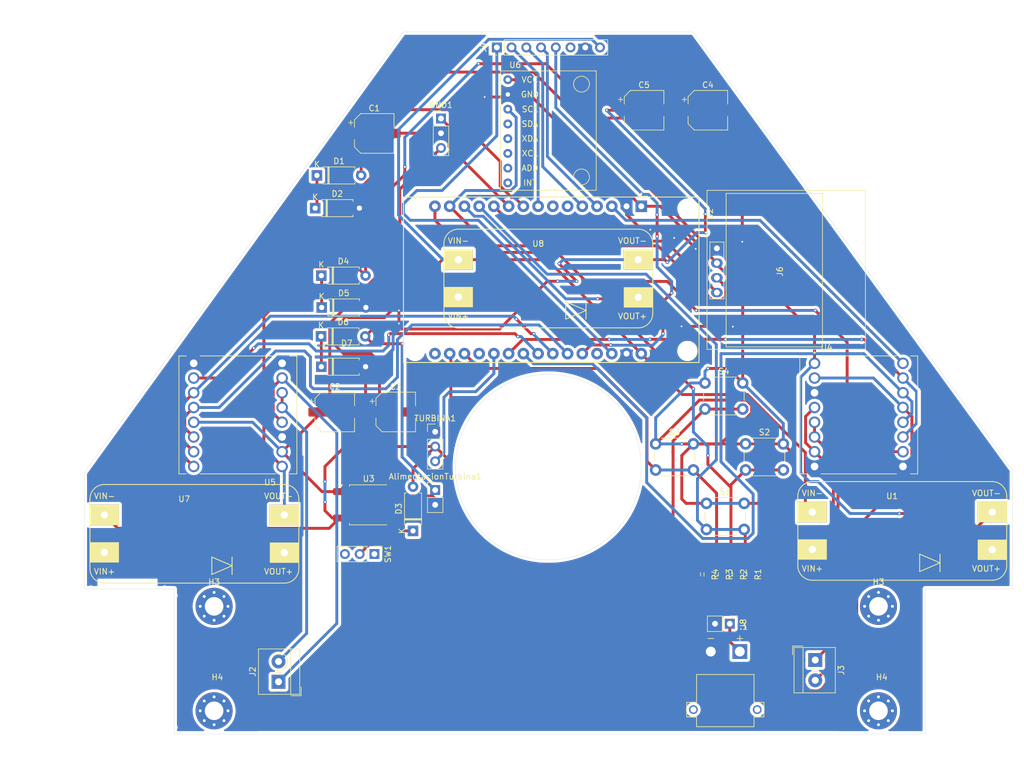
<source format=kicad_pcb>
(kicad_pcb (version 20240108) (generator "pcbnew") (generator_version "8.0")
  (layers (0 "F.Cu" signal) (31 "B.Cu" signal) (34 "B.Paste" user) (35 "F.Paste" user) (36 "B.SilkS" user "B.Silkscreen") (37 "F.SilkS" user "F.Silkscreen") (38 "B.Mask" user) (39 "F.Mask" user) (44 "Edge.Cuts" user))
  (net 0 "")
  (net 1 "GND")
  (net 2 "VCC")
  (net 3 "+5V")
  (net 4 "Net-(D1-K)")
  (net 5 "Net-(D3-K)")
  (net 6 "SIGNAL")
  (net 7 "OUT A2")
  (net 8 "OUT A1")
  (net 9 "OUT B1")
  (net 10 "OUT B2")
  (net 11 "GPIO 12")
  (net 12 "SCL")
  (net 13 "SDA")
  (net 15 "MOTOR B1")
  (net 16 "BTN 1")
  (net 17 "BTN 2")
  (net 18 "D")
  (net 19 "B")
  (net 21 "MOTOR A1")
  (net 22 "PWM_A1")
  (net 24 "C")
  (net 25 "PWM_B2")
  (net 26 "A")
  (net 28 "PWM_A2")
  (net 29 "DigRead")
  (net 30 "BTN 3")
  (net 31 "PWM_B1")
  (net 32 "BTN 4")
  (net 33 "MOTOR A2")
  (net 34 "MOTOR B2")
  (net 36 "+7.5V")
  (net 37 "V_UP2")
  (net 38 "Net-(D4-K)")
  (net 39 "+3.3V")
  (net 40 "Net-(D6-K)")
  (net 41 "PWM T")
  (net 47 "analog")
  (net 49 "V_UP3")
  (net 50 "V_UP")
  (footprint "Capacitor_SMD:CP_Elec_6.3x5.9" (layer "F.Cu") (at 163.2 90.5)
    (property "Reference" "C2")
    (property "Value" "0.33  ")
  )
  (footprint "TerminalBlock_4Ucon:TerminalBlock_4Ucon_1x02_P3.50mm_Horizontal" (layer "F.Cu") (at 246 133.25 -90)
    (property "Reference" "J3")
    (property "Value" "MOTOR B")
  )
  (footprint "ROB-14450:MODULE_ROB-14450" (layer "F.Cu") (at 146.5 91 180)
    (property "Reference" "U5")
    (property "Value" "ROB-14450")
  )
  (footprint "ESP32-DEVKIT-V1:MODULE_ESP32_DEVKIT_V1" (layer "F.Cu") (at 200.5025 67.7475 -90)
    (property "Reference" "U2")
    (property "Value" "ESP32-DEVKIT-V1")
  )
  (footprint "Connector_PinHeader_2.54mm:PinHeader_1x02_P2.54mm_Vertical" (layer "F.Cu") (at 231.275 127 -90)
    (property "Reference" "J8")
    (property "Value" "~")
  )
  (footprint "XT30PW-M:AMASS_XT30PW-M" (layer "F.Cu") (at 230.5 141.79425 180)
    (property "Reference" ".1")
    (property "Value" "XT30PW-M")
  )
  (footprint "TerminalBlock_4Ucon:TerminalBlock_4Ucon_1x02_P3.50mm_Horizontal" (layer "F.Cu") (at 153.5 137 90)
    (property "Reference" "J2")
    (property "Value" "MOTOR A")
  )
  (footprint "digikey-footprints:0603" (layer "F.Cu") (at 226.53 118.5 -90)
    (property "Reference" "R4")
    (property "Value" "10K")
  )
  (footprint "SSD1306:128x64OLED" (layer "F.Cu") (at 239.65 66.3 90)
    (property "Reference" "J6")
    (property "Value" "Conn_01x04")
  )
  (footprint "digikey-footprints:0603" (layer "F.Cu") (at 233.94 118.5 -90)
    (property "Reference" "R1")
    (property "Value" "10K")
  )
  (footprint "Diode_THT:D_A-405_P7.62mm_Horizontal" (layer "F.Cu") (at 160.88 67)
    (property "Reference" "D4")
    (property "Value" "D_Zener")
  )
  (footprint "digikey-footprints:0603" (layer "F.Cu") (at 231.47 118.5 -90)
    (property "Reference" "R2")
    (property "Value" "10K")
  )
  (footprint "Diode_THT:D_A-405_P7.62mm_Horizontal" (layer "F.Cu") (at 160.9344 72.4916)
    (property "Reference" "D5")
    (property "Value" "D_Zener")
  )
  (footprint "Connector_PinHeader_2.54mm:PinHeader_1x03_P2.54mm_Vertical" (layer "F.Cu") (at 180.5 93.92)
    (property "Reference" "TURBINA1")
    (property "Value" "turbina")
  )
  (footprint "misc_footprints:MT3608_module" (layer "F.Cu") (at 259.5 111 180)
    (property "Reference" "U1")
    (property "Value" "~")
  )
  (footprint "digikey-footprints:0603" (layer "F.Cu") (at 229 118.5 -90)
    (property "Reference" "R3")
    (property "Value" "10K")
  )
  (footprint "Diode_THT:D_A-405_P7.62mm_Horizontal" (layer "F.Cu") (at 160.1216 49.7332)
    (property "Reference" "D1")
    (property "Value" "D_Zener")
  )
  (footprint "Package_TO_SOT_SMD:TO-252-2" (layer "F.Cu") (at 169.04 106.5025)
    (property "Reference" "U3")
    (property "Value" "LM7805")
  )
  (footprint "Connector_PinHeader_2.54mm:PinHeader_1x03_P2.54mm_Vertical" (layer "F.Cu") (at 181.5 39.92)
    (property "Reference" "GND1")
    (property "Value" "+5V")
  )
  (footprint "Capacitor_SMD:CP_Elec_6.3x5.9" (layer "F.Cu") (at 173.7 90.5)
    (property "Reference" "C3")
    (property "Value" "0.1 ")
  )
  (footprint "Diode_THT:D_A-405_P7.62mm_Horizontal" (layer "F.Cu") (at 160.8328 77.47)
    (property "Reference" "D6")
    (property "Value" "D_Zener")
  )
  (footprint "Capacitor_SMD:CP_Elec_6.3x5.9" (layer "F.Cu") (at 227.5 38.5)
    (property "Reference" "C4")
    (property "Value" "100 μF ")
  )
  (footprint "usini_sensors:module_mpu6050" (layer "F.Cu") (at 193.015 51.017)
    (property "Reference" "U6")
    (property "Value" "module_mpu6050")
  )
  (footprint "MountingHole:MountingHole_3.2mm_M3_Pad_Via" (layer "F.Cu") (at 256.9 142)
    (property "Reference" "H4")
    (property "Value" "MountingHole")
  )
  (footprint "Connector_PinHeader_2.54mm:PinHeader_1x08_P2.54mm_Vertical" (layer "F.Cu") (at 191.125 27.675 90)
    (property "Reference" "J4")
    (property "Value" "Conn_01x08")
  )
  (footprint "ROB-14450:MODULE_ROB-14450" (layer "F.Cu") (at 253.5 91)
    (property "Reference" "U4")
    (property "Value" "ROB-14450")
  )
  (footprint "Button_Switch_THT:SW_PUSH_6mm_H5mm" (layer "F.Cu") (at 218.5 96)
    (property "Reference" "S3")
    (property "Value" "GPTS203211B")
  )
  (footprint "MountingHole:MountingHole_3.2mm_M3_Pad_Via" (layer "F.Cu") (at 142.4 142)
    (property "Reference" "H4")
    (property "Value" "MountingHole")
  )
  (footprint "Diode_THT:D_A-405_P7.62mm_Horizontal" (layer "F.Cu") (at 159.8168 55.372)
    (property "Reference" "D2")
    (property "Value" "D_Zener")
  )
  (footprint "Diode_THT:D_A-405_P7.62mm_Horizontal" (layer "F.Cu") (at 160.8836 82.7024)
    (property "Reference" "D7")
    (property "Value" "D_Zener")
  )
  (footprint "MountingHole:MountingHole_3.2mm_M3_Pad_Via" (layer "F.Cu") (at 256.9 124)
    (property "Reference" "H3")
    (property "Value" "MountingHole")
  )
  (footprint "Capacitor_SMD:CP_Elec_6.3x5.9" (layer "F.Cu") (at 216.5 38.5)
    (property "Reference" "C5")
    (property "Value" "100 μF ")
  )
  (footprint "Connector_PinHeader_2.54mm:PinHeader_1x03_P2.54mm_Vertical" (layer "F.Cu") (at 170.025 114.985 -90)
    (property "Reference" "SW1")
    (property "Value" "SW_SPDT")
  )
  (footprint "Button_Switch_THT:SW_PUSH_6mm_H5mm" (layer "F.Cu") (at 227.25 106.25)
    (property "Reference" "S1")
    (property "Value" "GPTS203211B")
  )
  (footprint "misc_footprints:MT3608_module" (layer "F.Cu") (at 137.5 111.5 180)
    (property "Reference" "U7")
    (property "Value" "~")
  )
  (footprint "Diode_THT:D_A-405_P7.62mm_Horizontal" (layer "F.Cu") (at 176.6824 110.998 90)
    (property "Reference" "D3")
    (property "Value" "DIODE")
  )
  (footprint "Button_Switch_THT:SW_PUSH_6mm_H5mm" (layer "F.Cu") (at 227 85.5)
    (property "Reference" "S4")
    (property "Value" "GPTS203211B")
  )
  (footprint "Connector_PinHeader_2.54mm:PinHeader_1x02_P2.54mm_Vertical" (layer "F.Cu") (at 180.5 103.96)
    (property "Reference" "AlimentacionTurbina1")
    (property "Value" "~")
  )
  (footprint "Button_Switch_THT:SW_PUSH_6mm_H5mm" (layer "F.Cu") (at 234 96)
    (property "Reference" "S2")
    (property "Value" "GPTS203211B")
  )
  (footprint "MountingHole:MountingHole_3.2mm_M3_Pad_Via" (layer "F.Cu") (at 142.4 124)
    (property "Reference" "H3")
    (property "Value" "MountingHole")
  )
  (footprint "misc_footprints:MT3608_module" (layer "F.Cu") (at 198.5 67.5 180)
    (property "Reference" "U8")
    (property "Value" "~")
  )
  (footprint "Capacitor_SMD:CP_Elec_6.3x5.9" (layer "F.Cu") (at 170 42.5)
    (property "Reference" "C1")
    (property "Value" "100 μF ")
  )
  (gr_line (start 120 121) (end 120 101) (stroke (width 0.05)) (layer "Edge.Cuts"))
  (gr_line (start 280 100.5) (end 225 25) (stroke (width 0.05)) (layer "Edge.Cuts"))
  (gr_line (start 135.5 146) (end 265 146) (stroke (width 0.05)) (layer "Edge.Cuts"))
  (gr_line (start 265 146) (end 265 121) (stroke (width 0.05)) (layer "Edge.Cuts"))
  (gr_line (start 120 101) (end 175 25) (stroke (width 0.05)) (layer "Edge.Cuts"))
  (gr_line (start 175 25) (end 225 25) (stroke (width 0.05)) (layer "Edge.Cuts"))
  (gr_line (start 280 121) (end 265 121) (stroke (width 0.05)) (layer "Edge.Cuts"))
  (gr_line (start 120 121) (end 135.5 121) (stroke (width 0.05)) (layer "Edge.Cuts"))
  (gr_line (start 135.5 121) (end 135.5 146) (stroke (width 0.05)) (layer "Edge.Cuts"))
  (gr_line (start 280 121) (end 280 100.5) (stroke (width 0.05)) (layer "Edge.Cuts"))
  (gr_circle (center 200 100) (end 216 100) (stroke (width 0.05)) (fill none) (layer "Edge.Cuts"))
  (segment (start 179.92 93.92) (end 180.5 93.92) (width 0.5) (layer "F.Cu") (net 1))
  (segment (start 216.096187 59.0804) (end 217.5764 59.0804) (width 0.5) (layer "F.Cu") (net 1))
  (segment (start 154.12 94.81) (end 151.78 92.47) (width 0.5) (layer "F.Cu") (net 1))
  (segment (start 206.365 27.675) (end 217.19 38.5) (width 0.5) (layer "F.Cu") (net 1))
  (segment (start 231.47 119.2) (end 233.94 119.2) (width 0.5) (layer "F.Cu") (net 1))
  (segment (start 176.5 90.5) (end 179.92 93.92) (width 0.5) (layer "F.Cu") (net 1))
  (segment (start 229 119.2) (end 231.47 119.2) (width 0.5) (layer "F.Cu") (net 1))
  (segment (start 217.19 38.5) (end 219.3 38.5) (width 0.5) (layer "F.Cu") (net 1))
  (segment (start 228.735 127) (end 228.735 119.465) (width 0.5) (layer "F.Cu") (net 1))
  (segment (start 221.6912 60.5028) (end 223.58143 60.5028) (width 0.5) (layer "F.Cu") (net 1))
  (segment (start 151.78 92.47) (end 151.78 84.45) (width 0.5) (layer "F.Cu") (net 1))
  (segment (start 174.25 75) (end 174.25 73) (width 0.5) (layer "F.Cu") (net 1))
  (segment (start 220.65 37.15) (end 228.95 37.15) (width 0.5) (layer "F.Cu") (net 1))
  (segment (start 213.4775 56.461713) (end 216.096187 59.0804) (width 0.5) (layer "F.Cu") (net 1))
  (segment (start 233.426 41.626) (end 230.3 38.5) (width 0.5) (layer "F.Cu") (net 1))
  (segment (start 222.9612 75.7428) (end 231.7496 75.7428) (width 0.5) (layer "F.Cu") (net 1))
  (segment (start 231.7496 75.7428) (end 231.8004 75.7936) (width 0.5) (layer "F.Cu") (net 1))
  (segment (start 233.426 61.1632) (end 233.426 41.626) (width 0.5) (layer "F.Cu") (net 1))
  (segment (start 223.58143 60.5028) (end 225.430315 62.351685) (width 0.5) (layer "F.Cu") (net 1))
  (segment (start 171.975 104.9775) (end 180.0175 104.9775) (width 0.5) (layer "F.Cu") (net 1))
  (segment (start 168.5036 82.7024) (end 168.5036 87.9964) (width 0.5) (layer "F.Cu") (net 1))
  (segment (start 168.5036 87.9964) (end 166 90.5) (width 0.5) (layer "F.Cu") (net 1))
  (segment (start 151.78 84.45) (end 154.12 82.11) (width 0.5) (layer "F.Cu") (net 1))
  (segment (start 228.95 37.15) (end 230.3 38.5) (width 0.5) (layer "F.Cu") (net 1))
  (segment (start 180.0175 104.9775) (end 181.5 106.46) (width 0.5) (layer "F.Cu") (net 1))
  (segment (start 219.3 38.5) (end 220.65 37.15) (width 0.5) (layer "F.Cu") (net 1))
  (segment (start 225.430315 62.351685) (end 225.394959 62.387041) (width 0.5) (layer "F.Cu") (net 1))
  (segment (start 181.5 42.46) (end 172.84 42.46) (width 0.5) (layer "F.Cu") (net 1))
  (segment (start 174.25 75.25) (end 174.25 75) (width 0.5) (layer "F.Cu") (net 1))
  (segment (start 172.8 42.5) (end 172.8 50.0088) (width 0.5) (layer "F.Cu") (net 1))
  (segment (start 229 119.2) (end 226.53 119.2) (width 0.5) (layer "F.Cu") (net 1))
  (segment (start 172.84 42.46) (end 172.8 42.5) (width 0.5) (layer "F.Cu") (net 1))
  (segment (start 172.8 50.0088) (end 167.4368 55.372) (width 0.5) (layer "F.Cu") (net 1))
  (segment (start 213.4775 55.0475) (end 213.4775 56.461713) (width 0.5) (layer "F.Cu") (net 1))
  (segment (start 189.0268 36.2204) (end 192.5716 36.2204) (width 0.5) (layer "F.Cu") (net 1))
  (segment (start 192.5716 36.2204) (end 193.015 35.777) (width 0.5) (layer "F.Cu") (net 1))
  (segment (start 228.735 119.465) (end 229 119.2) (width 0.5) (layer "F.Cu") (net 1))
  (via blind (at 225.394959 62.387041) (size 0.6) (drill 0.3) (layers "F.Cu" "B.Cu") (net 1))
  (via (at 217.5764 59.0804) (size 0.6) (drill 0.3) (layers "F.Cu" "B.Cu") (net 1))
  (via blind (at 231.8004 75.7936) (size 0.6) (drill 0.3) (layers "F.Cu" "B.Cu") (net 1))
  (via (at 189.0268 36.2204) (size 0.6) (drill 0.3) (layers "F.Cu" "B.Cu") (net 1))
  (via blind (at 233.426 61.1632) (size 0.6) (drill 0.3) (layers "F.Cu" "B.Cu") (net 1))
  (via (at 174.25 75.25) (size 0.6) (drill 0.3) (layers "F.Cu" "B.Cu") (net 1))
  (via blind (at 221.6912 60.5028) (size 0.6) (drill 0.3) (layers "F.Cu" "B.Cu") (net 1))
  (via blind (at 222.9612 75.7428) (size 0.6) (drill 0.3) (layers "F.Cu" "B.Cu") (net 1))
  (via (at 174.25 73) (size 0.6) (drill 0.3) (layers "F.Cu" "B.Cu") (net 1))
  (segment (start 220.2688 59.0804) (end 221.6912 60.5028) (width 0.5) (layer "B.Cu") (net 1))
  (segment (start 225.394959 62.387041) (end 228.962959 62.387041) (width 0.5) (layer "B.Cu") (net 1))
  (segment (start 229.0816 62.3316) (end 229.05 62.3) (width 0.5) (layer "B.Cu") (net 1))
  (segment (start 228.962959 62.387041) (end 229.05 62.3) (width 0.5) (layer "B.Cu") (net 1))
  (segment (start 174.25 73) (end 173.7416 72.4916) (width 0.5) (layer "B.Cu") (net 1))
  (segment (start 173.7416 72.4916) (end 168.5544 72.4916) (width 0.5) (layer "B.Cu") (net 1))
  (segment (start 181.5 42.46) (end 182.7872 42.46) (width 0.5) (layer "B.Cu") (net 1))
  (segment (start 154.5 114.75) (end 157.55 111.7) (width 0.5) (layer "B.Cu") (net 1))
  (segment (start 173.25 79.75) (end 173.25 76.25) (width 0.5) (layer "B.Cu") (net 1))
  (segment (start 220.6 75.85) (end 220.6 78.057032) (width 0.5) (layer "B.Cu") (net 1))
  (segment (start 157.55 98.24) (end 154.12 94.81) (width 0.5) (layer "B.Cu") (net 1))
  (segment (start 217.5764 59.0804) (end 220.2688 59.0804) (width 0.5) (layer "B.Cu") (net 1))
  (segment (start 220.6 78.057032) (end 216.564232 82.0928) (width 0.5) (layer "B.Cu") (net 1))
  (segment (start 232.2576 62.3316) (end 229.0816 62.3316) (width 0.5) (layer "B.Cu") (net 1))
  (segment (start 182.7872 42.46) (end 189.0268 36.2204) (width 0.5) (layer "B.Cu") (net 1))
  (segment (start 216.564232 82.0928) (end 215.1228 82.0928) (width 0.5) (layer "B.Cu") (net 1))
  (segment (start 168.5036 82.7024) (end 170.2976 82.7024) (width 0.5) (layer "B.Cu") (net 1))
  (segment (start 157.55 111.7) (end 157.55 98.24) (width 0.5) (layer "B.Cu") (net 1))
  (segment (start 170.2976 82.7024) (end 173.25 79.75) (width 0.5) (layer "B.Cu") (net 1))
  (segment (start 215.5 70.75) (end 220.6 75.85) (width 0.5) (layer "B.Cu") (net 1))
  (segment (start 220.6 75.85) (end 222.854 75.85) (width 0.5) (layer "B.Cu") (net 1))
  (segment (start 233.426 61.1632) (end 232.2576 62.3316) (width 0.5) (layer "B.Cu") (net 1))
  (segment (start 222.854 75.85) (end 222.9612 75.7428) (width 0.5) (layer "B.Cu") (net 1))
  (segment (start 245.5 116.097372) (end 245.5 114.2) (width 0.2) (layer "B.Cu") (net 1))
  (segment (start 173.25 76.25) (end 174.25 75.25) (width 0.5) (layer "B.Cu") (net 1))
  (segment (start 215.1228 82.0928) (end 213.4775 80.4475) (width 0.5) (layer "B.Cu") (net 1))
  (segment (start 160.4 90.5) (end 162.3336 88.5664) (width 0.5) (layer "F.Cu") (net 2))
  (segment (start 171.7625 96.46) (end 180.5 96.46) (width 0.5) (layer "F.Cu") (net 2))
  (segment (start 206.6544 138.5316) (end 182.5 114.3772) (width 0.5) (layer "F.Cu") (net 2))
  (segment (start 174.3964 52.1036) (end 181.5 45) (width 0.5) (layer "F.Cu") (net 2))
  (segment (start 246.693274 138.5316) (end 206.6544 138.5316) (width 0.5) (layer "F.Cu") (net 2))
  (segment (start 176.6824 103.378) (end 176.6824 100.2776) (width 0.5) (layer "F.Cu") (net 2))
  (segment (start 253.15 132.074874) (end 246.693274 138.5316) (width 0.5) (layer "F.Cu") (net 2))
  (segment (start 182.5 114.3772) (end 182.5 98.46) (width 0.5) (layer "F.Cu") (net 2))
  (segment (start 176.6824 100.2776) (end 180.5 96.46) (width 0.5) (layer "F.Cu") (net 2))
  (segment (start 162.3336 75.21701) (end 174.3964 63.15421) (width 0.5) (layer "F.Cu") (net 2))
  (segment (start 262.66 100.8648) (end 253.15 110.3748) (width 0.5) (layer "F.Cu") (net 2))
  (segment (start 160.4 91.07) (end 160.4 90.5) (width 0.5) (layer "F.Cu") (net 2))
  (segment (start 262.66 91.27) (end 262.66 100.8648) (width 0.5) (layer "F.Cu") (net 2))
  (segment (start 174.3964 63.15421) (end 174.3964 52.1036) (width 0.5) (layer "F.Cu") (net 2))
  (segment (start 154.12 97.35) (end 160.4 91.07) (width 0.5) (layer "F.Cu") (net 2))
  (segment (start 253.15 110.3748) (end 253.15 132.074874) (width 0.5) (layer "F.Cu") (net 2))
  (segment (start 164 104.2225) (end 160.9925 104.2225) (width 0.5) (layer "F.Cu") (net 2))
  (segment (start 182.5 98.46) (end 180.5 96.46) (width 0.5) (layer "F.Cu") (net 2))
  (segment (start 171.7625 96.46) (end 164 104.2225) (width 0.5) (layer "F.Cu") (net 2))
  (segment (start 162.3336 88.5664) (end 162.3336 75.21701) (width 0.5) (layer "F.Cu") (net 2))
  (segment (start 261.12 89.73) (end 262.66 91.27) (width 0.5) (layer "F.Cu") (net 2))
  (segment (start 160.9925 104.2225) (end 154.12 97.35) (width 0.5) (layer "F.Cu") (net 2))
  (segment (start 245.88 84.65) (end 256.04 84.65) (width 0.5) (layer "B.Cu") (net 2))
  (segment (start 149.04 92.27) (end 138.88 92.27) (width 0.5) (layer "B.Cu") (net 2))
  (segment (start 154.12 97.35) (end 149.04 92.27) (width 0.5) (layer "B.Cu") (net 2))
  (segment (start 256.04 84.65) (end 261.12 89.73) (width 0.5) (layer "B.Cu") (net 2))
  (segment (start 169.5 80.5) (end 164.75 80.5) (width 0.5) (layer "F.Cu") (net 3))
  (segment (start 163.25 76) (end 165 74.25) (width 0.5) (layer "F.Cu") (net 3))
  (segment (start 244.2972 106.5472) (end 245.5 107.75) (width 0.5) (layer "F.Cu") (net 3))
  (segment (start 181.75 64.25) (end 184.5 64.25) (width 0.5) (layer "F.Cu") (net 3))
  (segment (start 164 108.7825) (end 162.7825 108.7825) (width 0.5) (layer "F.Cu") (net 3))
  (segment (start 164 108.7825) (end 162.2325 110.55) (width 0.5) (layer "F.Cu") (net 3))
  (segment (start 162.2325 110.55) (end 125.8 110.55) (width 0.5) (layer "F.Cu") (net 3))
  (segment (start 171.75 74.25) (end 181.75 64.25) (width 0.5) (layer "F.Cu") (net 3))
  (segment (start 184.5 64.25) (end 199.82 64.25) (width 0.5) (layer "F.Cu") (net 3))
  (segment (start 216.0175 80.4475) (end 223.07 87.5) (width 0.5) (layer "F.Cu") (net 3))
  (segment (start 161.5 99.9) (end 161.5 102.5) (width 0.5) (layer "F.Cu") (net 3))
  (segment (start 234.323402 87.5) (end 244.2972 97.473798) (width 0.5) (layer "F.Cu") (net 3))
  (segment (start 162.7825 108.7825) (end 161.5 107.5) (width 0.5) (layer "F.Cu") (net 3))
  (segment (start 199.82 64.25) (end 216.0175 80.4475) (width 0.5) (layer "F.Cu") (net 3))
  (segment (start 163.25 79) (end 163.25 76) (width 0.5) (layer "F.Cu") (net 3))
  (segment (start 125.8 110.55) (end 123.5 108.25) (width 0.5) (layer "F.Cu") (net 3))
  (segment (start 165 74.25) (end 171.75 74.25) (width 0.5) (layer "F.Cu") (net 3))
  (segment (start 244.2972 97.473798) (end 244.2972 106.5472) (width 0.5) (layer "F.Cu") (net 3))
  (segment (start 164.75 80.5) (end 163.25 79) (width 0.5) (layer "F.Cu") (net 3))
  (segment (start 170.9 90.5) (end 170.9 81.9) (width 0.5) (layer "F.Cu") (net 3))
  (segment (start 170.9 90.5) (end 161.5 99.9) (width 0.5) (layer "F.Cu") (net 3))
  (segment (start 161.5 107.5) (end 161.5 106) (width 0.5) (layer "F.Cu") (net 3))
  (segment (start 223.07 87.5) (end 234.323402 87.5) (width 0.5) (layer "F.Cu") (net 3))
  (segment (start 170.9 81.9) (end 169.5 80.5) (width 0.5) (layer "F.Cu") (net 3))
  (via (at 161.5 106) (size 0.6) (drill 0.3) (layers "F.Cu" "B.Cu") (net 3))
  (via (at 161.5 102.5) (size 0.6) (drill 0.3) (layers "F.Cu" "B.Cu") (net 3))
  (segment (start 174.1932 41.8068) (end 174.1932 56.592997) (width 0.5) (layer "B.Cu") (net 3))
  (segment (start 174.1932 56.592997) (end 181.850203 64.25) (width 0.5) (layer "B.Cu") (net 3))
  (segment (start 161.5 103) (end 161.5 106) (width 0.5) (layer "B.Cu") (net 3))
  (segment (start 208.905 27.675) (end 207.505 26.275) (width 0.5) (layer "B.Cu") (net 3))
  (segment (start 207.505 26.275) (end 189.725 26.275) (width 0.5) (layer "B.Cu") (net 3))
  (segment (start 189.725 26.275) (end 174.1932 41.8068) (width 0.5) (layer "B.Cu") (net 3))
  (segment (start 181.850203 64.25) (end 184.5 64.25) (width 0.5) (layer "B.Cu") (net 3))
  (segment (start 161.5 102.5) (end 161.5 103) (width 0.5) (layer "B.Cu") (net 3))
  (segment (start 160.1216 49.7332) (end 160.1216 55.0672) (width 0.5) (layer "F.Cu") (net 4))
  (segment (start 160.1216 55.0672) (end 159.8168 55.372) (width 0.5) (layer "F.Cu") (net 4))
  (segment (start 167.485 114.985) (end 171.472 110.998) (width 0.5) (layer "F.Cu") (net 5))
  (segment (start 171.472 110.998) (end 176.6824 110.998) (width 0.5) (layer "F.Cu") (net 5))
  (segment (start 181.5 39.92) (end 182.9 41.32) (width 0.5) (layer "F.Cu") (net 6))
  (segment (start 182.9 41.32) (end 182.9 44.79) (width 0.5) (layer "F.Cu") (net 6))
  (segment (start 182.9 44.79) (end 193.1575 55.0475) (width 0.5) (layer "F.Cu") (net 6))
  (segment (start 154.12 87.19) (end 154.12 89.73) (width 0.5) (layer "F.Cu") (net 7))
  (segment (start 158.35 93.96) (end 154.12 89.73) (width 0.5) (layer "B.Cu") (net 7))
  (segment (start 153.5 133.5) (end 158.35 128.65) (width 0.5) (layer "B.Cu") (net 7))
  (segment (start 158.35 128.65) (end 158.35 93.96) (width 0.5) (layer "B.Cu") (net 7))
  (segment (start 152.58 90.73) (end 154.12 92.27) (width 0.5) (layer "F.Cu") (net 8))
  (segment (start 152.58 86.19) (end 152.58 90.73) (width 0.5) (layer "F.Cu") (net 8))
  (segment (start 154.12 84.65) (end 152.58 86.19) (width 0.5) (layer "F.Cu") (net 8))
  (segment (start 163.545 126.955) (end 163.545 94.075) (width 0.5) (layer "B.Cu") (net 8))
  (segment (start 163.545 94.075) (end 154.12 84.65) (width 0.5) (layer "B.Cu") (net 8))
  (segment (start 153.5 137) (end 163.545 126.955) (width 0.5) (layer "B.Cu") (net 8))
  (segment (start 246 133.25) (end 249.1232 130.1268) (width 0.5) (layer "F.Cu") (net 9))
  (segment (start 244.34 95.81) (end 245.88 97.35) (width 0.5) (layer "F.Cu") (net 9))
  (segment (start 249.1232 100.5932) (end 245.88 97.35) (width 0.5) (layer "F.Cu") (net 9))
  (segment (start 249.1232 130.1268) (end 249.1232 100.5932) (width 0.5) (layer "F.Cu") (net 9))
  (segment (start 244.34 91.27) (end 244.34 95.81) (width 0.5) (layer "F.Cu") (net 9))
  (segment (start 245.88 89.73) (end 244.34 91.27) (width 0.5) (layer "F.Cu") (net 9))
  (segment (start 249.9232 132.8268) (end 249.9232 98.8532) (width 0.5) (layer "F.Cu") (net 10))
  (segment (start 249.9232 98.8532) (end 245.88 94.81) (width 0.5) (layer "F.Cu") (net 10))
  (segment (start 246 136.75) (end 249.9232 132.8268) (width 0.5) (layer "F.Cu") (net 10))
  (segment (start 245.88 92.27) (end 245.88 94.81) (width 0.5) (layer "F.Cu") (net 10))
  (segment (start 228.290812 71.27) (end 218.882412 61.8616) (width 0.5) (layer "F.Cu") (net 12))
  (segment (start 189.8116 61.8616) (end 182.9975 55.0475) (width 0.5) (layer "F.Cu") (net 12))
  (segment (start 230.6 68.93) (end 230.6 70.479188) (width 0.5) (layer "F.Cu") (net 12))
  (segment (start 229.05 67.38) (end 230.6 68.93) (width 0.5) (layer "F.Cu") (net 12))
  (segment (start 229.809188 71.27) (end 228.290812 71.27) (width 0.5) (layer "F.Cu") (net 12))
  (segment (start 218.882412 61.8616) (end 189.8116 61.8616) (width 0.5) (layer "F.Cu") (net 12))
  (segment (start 230.6 70.479188) (end 229.809188 71.27) (width 0.5) (layer "F.Cu") (net 12))
  (segment (start 182.9975 55.0475) (end 185.716 52.329) (width 0.5) (layer "B.Cu") (net 12))
  (segment (start 185.716 52.329) (end 193.558449 52.329) (width 0.5) (layer "B.Cu") (net 12))
  (segment (start 193.558449 52.329) (end 194.4624 51.425049) (width 0.5) (layer "B.Cu") (net 12))
  (segment (start 194.4624 39.7644) (end 193.015 38.317) (width 0.5) (layer "B.Cu") (net 12))
  (segment (start 194.4624 51.425049) (end 194.4624 39.7644) (width 0.5) (layer "B.Cu") (net 12))
  (segment (start 196.6316 61.0616) (end 190.6175 55.0475) (width 0.5) (layer "F.Cu") (net 13))
  (segment (start 229.05 69.92) (end 220.1916 61.0616) (width 0.5) (layer "F.Cu") (net 13))
  (segment (start 220.1916 61.0616) (end 196.6316 61.0616) (width 0.5) (layer "F.Cu") (net 13))
  (segment (start 226.607968 112.3) (end 216.95 102.642032) (width 0.5) (layer "B.Cu") (net 15))
  (segment (start 235.3 111.392032) (end 234.392032 112.3) (width 0.5) (layer "B.Cu") (net 15))
  (segment (start 262.66 88.73) (end 261.12 87.19) (width 0.5) (layer "B.Cu") (net 15))
  (segment (start 197.4444 82.1944) (end 195.6975 80.4475) (width 0.5) (layer "B.Cu") (net 15))
  (segment (start 234.392032 112.3) (end 226.607968 112.3) (width 0.5) (layer "B.Cu") (net 15))
  (segment (start 216.95 102.642032) (end 216.95 91.542032) (width 0.5) (layer "B.Cu") (net 15))
  (segment (start 229.7556 99.08657) (end 235.3 104.63097) (width 0.5) (layer "B.Cu") (net 15))
  (segment (start 254.3775 80.4475) (end 229.7556 80.4475) (width 0.5) (layer "B.Cu") (net 15))
  (segment (start 261.12 92.27) (end 262.66 90.73) (width 0.5) (layer "B.Cu") (net 15))
  (segment (start 262.66 90.73) (end 262.66 88.73) (width 0.5) (layer "B.Cu") (net 15))
  (segment (start 235.3 104.63097) (end 235.3 111.392032) (width 0.5) (layer "B.Cu") (net 15))
  (segment (start 216.95 91.542032) (end 207.602368 82.1944) (width 0.5) (layer "B.Cu") (net 15))
  (segment (start 229.7556 80.4475) (end 229.7556 99.08657) (width 0.5) (layer "B.Cu") (net 15))
  (segment (start 207.602368 82.1944) (end 197.4444 82.1944) (width 0.5) (layer "B.Cu") (net 15))
  (segment (start 261.12 87.19) (end 254.3775 80.4475) (width 0.5) (layer "B.Cu") (net 15))
  (segment (start 233.94 110.94) (end 233.75 110.75) (width 0.5) (layer "F.Cu") (net 16))
  (segment (start 233.94 117.8) (end 233.94 110.94) (width 0.5) (layer "F.Cu") (net 16))
  (segment (start 216.8512 66.7512) (end 199.7812 66.7512) (width 0.5) (layer "B.Cu") (net 16))
  (segment (start 227.25 110.75) (end 225.7 109.2) (width 0.5) (layer "B.Cu") (net 16))
  (segment (start 225.7 109.2) (end 225.7 102.0108) (width 0.5) (layer "B.Cu") (net 16))
  (segment (start 228.9556 78.8556) (end 216.8512 66.7512) (width 0.5) (layer "B.Cu") (net 16))
  (segment (start 199.7812 66.7512) (end 188.0775 55.0475) (width 0.5) (layer "B.Cu") (net 16))
  (segment (start 228.9556 98.7552) (end 228.9556 78.8556) (width 0.5) (layer "B.Cu") (net 16))
  (segment (start 227.25 110.75) (end 233.75 110.75) (width 0.5) (layer "B.Cu") (net 16))
  (segment (start 225.7 102.0108) (end 228.9556 98.7552) (width 0.5) (layer "B.Cu") (net 16))
  (segment (start 227.5 99.53) (end 227.5 98) (width 0.5) (layer "F.Cu") (net 17))
  (segment (start 224.939339 86.5) (end 209.439339 71) (width 0.5) (layer "F.Cu") (net 17))
  (segment (start 209.439339 71) (end 208.5 71) (width 0.5) (layer "F.Cu") (net 17))
  (segment (start 231.47 103.5) (end 227.5 99.53) (width 0.5) (layer "F.Cu") (net 17))
  (segment (start 225 86.5) (end 224.939339 86.5) (width 0.5) (layer "F.Cu") (net 17))
  (segment (start 240.5 100.5) (end 234 100.5) (width 0.5) (layer "F.Cu") (net 17))
  (segment (start 231.47 103.5) (end 231.47 103.03) (width 0.5) (layer "F.Cu") (net 17))
  (segment (start 231.47 103.03) (end 234 100.5) (width 0.5) (layer "F.Cu") (net 17))
  (segment (start 231.47 117.8) (end 231.47 103.5) (width 0.5) (layer "F.Cu") (net 17))
  (via (at 225 86.5) (size 0.6) (drill 0.3) (layers "F.Cu" "B.Cu") (net 17))
  (via (at 227.5 98) (size 0.6) (drill 0.3) (layers "F.Cu" "B.Cu") (net 17))
  (via (at 208.5 71) (size 0.6) (drill 0.3) (layers "F.Cu" "B.Cu") (net 17))
  (segment (start 227.5 96.44939) (end 225 93.94939) (width 0.5) (layer "B.Cu") (net 17))
  (segment (start 225 87.5) (end 225 86.5) (width 0.5) (layer "B.Cu") (net 17))
  (segment (start 187.2575 56.7675) (end 185.5375 55.0475) (width 0.5) (layer "B.Cu") (net 17))
  (segment (start 225 88) (end 225 87.5) (width 0.5) (layer "B.Cu") (net 17))
  (segment (start 208.5 71) (end 203 71) (width 0.5) (layer "B.Cu") (net 17))
  (segment (start 227.5 98) (end 227.5 96.44939) (width 0.5) (layer "B.Cu") (net 17))
  (segment (start 225 93.94939) (end 225 88) (width 0.5) (layer "B.Cu") (net 17))
  (segment (start 188.7675 56.7675) (end 187.2575 56.7675) (width 0.5) (layer "B.Cu") (net 17))
  (segment (start 203 71) (end 188.7675 56.7675) (width 0.5) (layer "B.Cu") (net 17))
  (segment (start 181.6857 52.336129) (end 177.330444 52.336129) (width 0.5) (layer "B.Cu") (net 18))
  (segment (start 191.125 27.675) (end 191.125 42.896829) (width 0.5) (layer "B.Cu") (net 18))
  (segment (start 187.9575 57.4675) (end 210.9375 80.4475) (width 0.5) (layer "B.Cu") (net 18))
  (segment (start 176.199073 57.4675) (end 187.9575 57.4675) (width 0.5) (layer "B.Cu") (net 18))
  (segment (start 175.0275 54.639073) (end 175.0275 56.295927) (width 0.5) (layer "B.Cu") (net 18))
  (segment (start 175.0275 56.295927) (end 176.199073 57.4675) (width 0.5) (layer "B.Cu") (net 18))
  (segment (start 191.125 42.896829) (end 181.6857 52.336129) (width 0.5) (layer "B.Cu") (net 18))
  (segment (start 177.330444 52.336129) (end 175.0275 54.639073) (width 0.5) (layer "B.Cu") (net 18))
  (segment (start 199.0375 30.5075) (end 199.0375 48.2275) (width 0.5) (layer "B.Cu") (net 19))
  (segment (start 199.0375 48.2275) (end 205.8575 55.0475) (width 0.5) (layer "B.Cu") (net 19))
  (segment (start 196.205 27.675) (end 199.0375 30.5075) (width 0.5) (layer "B.Cu") (net 19))
  (segment (start 137.34 93.27) (end 137.34 91.27) (width 0.5) (layer "F.Cu") (net 21))
  (segment (start 138.88 94.81) (end 137.34 93.27) (width 0.5) (layer "F.Cu") (net 21))
  (segment (start 137.34 91.27) (end 138.88 89.73) (width 0.5) (layer "F.Cu") (net 21))
  (segment (start 138.88 89.73) (end 143.27 89.73) (width 0.5) (layer "B.Cu") (net 21))
  (segment (start 159 86) (end 159.5 86.5) (width 0.5) (layer "B.Cu") (net 21))
  (segment (start 143.27 89.73) (end 153 80) (width 0.5) (layer "B.Cu") (net 21))
  (segment (start 159.5 86.5) (end 172 86.5) (width 0.5) (layer "B.Cu") (net 21))
  (segment (start 176.5 75.5) (end 198.37 75.5) (width 0.5) (layer "B.Cu") (net 21))
  (segment (start 174 78) (end 176.5 75.5) (width 0.5) (layer "B.Cu") (net 21))
  (segment (start 172 86.5) (end 174 84.5) (width 0.5) (layer "B.Cu") (net 21))
  (segment (start 158 80) (end 159 81) (width 0.5) (layer "B.Cu") (net 21))
  (segment (start 174 84.5) (end 174 78) (width 0.5) (layer "B.Cu") (net 21))
  (segment (start 153 80) (end 158 80) (width 0.5) (layer "B.Cu") (net 21))
  (segment (start 159 81) (end 159 86) (width 0.5) (layer "B.Cu") (net 21))
  (segment (start 198.37 75.5) (end 203.3175 80.4475) (width 0.5) (layer "B.Cu") (net 21))
  (segment (start 193.634951 53.4975) (end 194.1475 53.4975) (width 0.5) (layer "F.Cu") (net 22))
  (segment (start 170.4848 49.04061) (end 170.4848 41.6052) (width 0.5) (layer "F.Cu") (net 22))
  (segment (start 135.74 82.3952) (end 164.9 53.2352) (width 0.5) (layer "F.Cu") (net 22))
  (segment (start 191.703 51.565549) (end 193.634951 53.4975) (width 0.5) (layer "F.Cu") (net 22))
  (segment (start 194.1475 53.4975) (end 195.6975 55.0475) (width 0.5) (layer "F.Cu") (net 22))
  (segment (start 182.7848 38.4048) (end 191.703 47.323) (width 0.5) (layer "F.Cu") (net 22))
  (segment (start 164.9 53.2352) (end 166.29021 53.2352) (width 0.5) (layer "F.Cu") (net 22))
  (segment (start 173.6852 38.4048) (end 182.7848 38.4048) (width 0.5) (layer "F.Cu") (net 22))
  (segment (start 166.29021 53.2352) (end 170.4848 49.04061) (width 0.5) (layer "F.Cu") (net 22))
  (segment (start 191.703 47.323) (end 191.703 51.565549) (width 0.5) (layer "F.Cu") (net 22))
  (segment (start 135.74 96.75) (end 135.74 82.3952) (width 0.5) (layer "F.Cu") (net 22))
  (segment (start 138.88 99.89) (end 135.74 96.75) (width 0.5) (layer "F.Cu") (net 22))
  (segment (start 170.4848 41.6052) (end 173.6852 38.4048) (width 0.5) (layer "F.Cu") (net 22))
  (segment (start 193.665 27.675) (end 198.2375 32.2475) (width 0.5) (layer "B.Cu") (net 24))
  (segment (start 198.2375 32.2475) (end 198.2375 55.0475) (width 0.5) (layer "B.Cu") (net 24))
  (segment (start 206.5 68) (end 201.5 63) (width 0.5) (layer "F.Cu") (net 25))
  (segment (start 182 59) (end 180.4575 57.4575) (width 0.5) (layer "F.Cu") (net 25))
  (segment (start 258.35 97.35) (end 251.5 90.5) (width 0.5) (layer "F.Cu") (net 25))
  (segment (start 180.4575 57.4575) (end 180.4575 55.0475) (width 0.5) (layer "F.Cu") (net 25))
  (segment (start 188.5 63) (end 184.5 59) (width 0.5) (layer "F.Cu") (net 25))
  (segment (start 201.5 63) (end 188.5 63) (width 0.5) (layer "F.Cu") (net 25))
  (segment (start 251.5 86.5) (end 251.5 78.5) (width 0.5) (layer "F.Cu") (net 25))
  (segment (start 251.5 90.5) (end 251.5 86.5) (width 0.5) (layer "F.Cu") (net 25))
  (segment (start 184.5 59) (end 182 59) (width 0.5) (layer "F.Cu") (net 25))
  (segment (start 251.5 78.5) (end 246 73) (width 0.5) (layer "F.Cu") (net 25))
  (segment (start 246 73) (end 246.25 73.25) (width 0.5) (layer "F.Cu") (net 25))
  (segment (start 225.5 73) (end 220.5 68) (width 0.5) (layer "F.Cu") (net 25))
  (segment (start 220.5 68) (end 206.5 68) (width 0.5) (layer "F.Cu") (net 25))
  (segment (start 261.12 97.35) (end 258.35 97.35) (width 0.5) (layer "F.Cu") (net 25))
  (via (at 225.5 73) (size 0.6) (drill 0.3) (layers "F.Cu" "B.Cu") (net 25))
  (via (at 246 73) (size 0.6) (drill 0.3) (layers "F.Cu" "B.Cu") (net 25))
  (segment (start 225.5 73) (end 246 73) (width 0.5) (layer "B.Cu") (net 25))
  (segment (start 199.8375 46.4875) (end 208.3975 55.0475) (width 0.5) (layer "B.Cu") (net 26))
  (segment (start 198.745 27.675) (end 199.8375 28.7675) (width 0.5) (layer "B.Cu") (net 26))
  (segment (start 199.8375 28.7675) (end 199.8375 46.4875) (width 0.5) (layer "B.Cu") (net 26))
  (segment (start 144.1 84.65) (end 149.25 79.5) (width 0.5) (layer "F.Cu") (net 28))
  (segment (start 194.25 77) (end 194.75 77.5) (width 0.5) (layer "F.Cu") (net 28))
  (segment (start 138.88 84.65) (end 144.1 84.65) (width 0.5) (layer "F.Cu") (net 28))
  (segment (start 172.5 77.25) (end 172.75 77) (width 0.5) (layer "F.Cu") (net 28))
  (segment (start 172.75 77) (end 194.25 77) (width 0.5) (layer "F.Cu") (net 28))
  (via (at 172.5 77.25) (size 0.6) (drill 0.3) (layers "F.Cu" "B.Cu") (net 28))
  (via (at 194.75 77.5) (size 0.6) (drill 0.3) (layers "F.Cu" "B.Cu") (net 28))
  (via (at 149.25 79.5) (size 0.6) (drill 0.3) (layers "F.Cu" "B.Cu") (net 28))
  (segment (start 194.75 77.5) (end 195.29 77.5) (width 0.5) (layer "B.Cu") (net 28))
  (segment (start 160 80) (end 161.25 80) (width 0.5) (layer "B.Cu") (net 28))
  (segment (start 195.29 77.5) (end 198.2375 80.4475) (width 0.5) (layer "B.Cu") (net 28))
  (segment (start 171.5 80) (end 172.5 79) (width 0.5) (layer "B.Cu") (net 28))
  (segment (start 149.25 79.5) (end 150 78.75) (width 0.5) (layer "B.Cu") (net 28))
  (segment (start 150 78.75) (end 158.75 78.75) (width 0.5) (layer "B.Cu") (net 28))
  (segment (start 172.5 79) (end 172.5 77.25) (width 0.5) (layer "B.Cu") (net 28))
  (segment (start 161.25 80) (end 171.5 80) (width 0.5) (layer "B.Cu") (net 28))
  (segment (start 158.75 78.75) (end 160 80) (width 0.5) (layer "B.Cu") (net 28))
  (segment (start 218.75 56.5) (end 218.75 60.25) (width 0.5) (layer "F.Cu") (net 29))
  (segment (start 207.34544 78.95956) (end 205.8575 80.4475) (width 0.5) (layer "F.Cu") (net 29))
  (segment (start 219.75 71.5) (end 219.75 77) (width 0.5) (layer "F.Cu") (net 29))
  (segment (start 221.25 70) (end 219.75 71.5) (width 0.5) (layer "F.Cu") (net 29))
  (segment (start 210.747659 78.95956) (end 207.34544 78.95956) (width 0.5) (layer "F.Cu") (net 29))
  (via (at 210.747659 78.95956) (size 0.6) (drill 0.3) (layers "F.Cu" "B.Cu") (net 29))
  (via (at 221.25 70) (size 0.6) (drill 0.3) (layers "F.Cu" "B.Cu") (net 29))
  (via (at 218.75 60.25) (size 0.6) (drill 0.3) (layers "F.Cu" "B.Cu") (net 29))
  (via (at 219.75 77) (size 0.6) (drill 0.3) (layers "F.Cu" "B.Cu") (net 29))
  (via (at 218.75 56.5) (size 0.6) (drill 0.3) (layers "F.Cu" "B.Cu") (net 29))
  (segment (start 221.25 70) (end 221.25 69.75) (width 0.5) (layer "B.Cu") (net 29))
  (segment (start 221.25 68) (end 221.25 70) (width 0.5) (layer "B.Cu") (net 29))
  (segment (start 210.75 79) (end 210.747659 78.997659) (width 0.5) (layer "B.Cu") (net 29))
  (segment (start 217.9975 78.9975) (end 210.7525 78.9975) (width 0.5) (layer "B.Cu") (net 29))
  (segment (start 218.75 65.5) (end 221.25 68) (width 0.5) (layer "B.Cu") (net 29))
  (segment (start 201.285 38.035) (end 202.75 39.5) (width 0.5) (layer "B.Cu") (net 29))
  (segment (start 218.75 54.5) (end 218.75 56.5) (width 0.5) (layer "B.Cu") (net 29))
  (segment (start 219.75 77) (end 219.75 77.25) (width 0.5) (layer "B.Cu") (net 29))
  (segment (start 202.75 39.5) (end 216.25 53) (width 0.5) (layer "B.Cu") (net 29))
  (segment (start 201.285 27.675) (end 201.285 38.035) (width 0.5) (layer "B.Cu") (net 29))
  (segment (start 219.75 77.25) (end 218 79) (width 0.5) (layer "B.Cu") (net 29))
  (segment (start 218 53.75) (end 218.75 54.5) (width 0.5) (layer "B.Cu") (net 29))
  (segment (start 216.25 53) (end 216.5 53) (width 0.5) (layer "B.Cu") (net 29))
  (segment (start 218.75 60.25) (end 218.75 65.5) (width 0.5) (layer "B.Cu") (net 29))
  (segment (start 218 79) (end 217.9975 78.9975) (width 0.5) (layer "B.Cu") (net 29))
  (segment (start 210.7525 78.9975) (end 210.75 79) (width 0.5) (layer "B.Cu") (net 29))
  (segment (start 216.5 53) (end 217.25 53) (width 0.5) (layer "B.Cu") (net 29))
  (segment (start 217.25 53) (end 218 53.75) (width 0.5) (layer "B.Cu") (net 29))
  (segment (start 210.747659 78.997659) (end 210.747659 78.95956) (width 0.5) (layer "B.Cu") (net 29))
  (segment (start 188.09 83) (end 185.5375 80.4475) (width 0.5) (layer "F.Cu") (net 30))
  (segment (start 217 91.5) (end 208.5 83) (width 0.5) (layer "F.Cu") (net 30))
  (segment (start 229 104.5) (end 225 100.5) (width 0.5) (layer "F.Cu") (net 30))
  (segment (start 229 117.8) (end 229 104.5) (width 0.5) (layer "F.Cu") (net 30))
  (segment (start 217 99) (end 217 91.5) (width 0.5) (layer "F.Cu") (net 30))
  (segment (start 208.5 83) (end 188.09 83) (width 0.5) (layer "F.Cu") (net 30))
  (segment (start 218.5 100.5) (end 217 99) (width 0.5) (layer "F.Cu") (net 30))
  (segment (start 218.5 100.5) (end 225 100.5) (width 0.5) (layer "B.Cu") (net 30))
  (segment (start 213.3575 57.4675) (end 210.9375 55.0475) (width 0.5) (layer "B.Cu") (net 31))
  (segment (start 261.12 82.11) (end 236.4775 57.4675) (width 0.5) (layer "B.Cu") (net 31))
  (segment (start 236.4775 57.4675) (end 213.3575 57.4675) (width 0.5) (layer "B.Cu") (net 31))
  (segment (start 217.512278 116.757722) (end 188.757722 116.757722) (width 0.5) (layer "F.Cu") (net 32))
  (segment (start 221.5 97.5) (end 221.5 95.5) (width 0.5) (layer "F.Cu") (net 32))
  (segment (start 221.5 112.77) (end 221.5 97.5) (width 0.5) (layer "F.Cu") (net 32))
  (segment (start 233.5 90) (end 227 90) (width 0.5) (layer "F.Cu") (net 32))
  (segment (start 221.5 97.5) (end 221.45 97.45) (width 0.5) (layer "F.Cu") (net 32))
  (segment (start 221.5 112.77) (end 217.512278 116.757722) (width 0.5) (layer "F.Cu") (net 32))
  (segment (start 183.2 111.2) (end 183.2 80.65) (width 0.5) (layer "F.Cu") (net 32))
  (segment (start 183.2 80.65) (end 182.9975 80.4475) (width 0.5) (layer "F.Cu") (net 32))
  (segment (start 221.5 95.5) (end 227 90) (width 0.5) (layer "F.Cu") (net 32))
  (segment (start 188.757722 116.757722) (end 183.2 111.2) (width 0.5) (layer "F.Cu") (net 32))
  (segment (start 226.53 117.8) (end 221.5 112.77) (width 0.5) (layer "F.Cu") (net 32))
  (segment (start 194.5 74.5) (end 197 77) (width 0.5) (layer "F.Cu") (net 33))
  (segment (start 136.54 89.53) (end 138.88 87.19) (width 0.5) (layer "F.Cu") (net 33))
  (segment (start 138.88 97.35) (end 136.54 95.01) (width 0.5) (layer "F.Cu") (net 33))
  (segment (start 136.54 95.01) (end 136.54 89.53) (width 0.5) (layer "F.Cu") (net 33))
  (segment (start 197 77) (end 197.5 77) (width 0.5) (layer "F.Cu") (net 33))
  (via (at 197.5 77) (size 0.6) (drill 0.3) (layers "F.Cu" "B.Cu") (net 33))
  (via (at 194.5 74.5) (size 0.6) (drill 0.3) (layers "F.Cu" "B.Cu") (net 33))
  (segment (start 152.07 74) (end 138.88 87.19) (width 0.5) (layer "B.Cu") (net 33))
  (segment (start 200.7775 80.2775) (end 200.7775 80.4475) (width 0.5) (layer "B.Cu") (net 33))
  (segment (start 197.5 77.17) (end 200.7775 80.4475) (width 0.5) (layer "B.Cu") (net 33))
  (segment (start 194 74) (end 152.07 74) (width 0.5) (layer "B.Cu") (net 33))
  (segment (start 194.5 74.5) (end 194 74) (width 0.5) (layer "B.Cu") (net 33))
  (segment (start 197.5 77) (end 197.5 77.17) (width 0.5) (layer "B.Cu") (net 33))
  (segment (start 261.12 84.65) (end 254.47 78) (width 0.5) (layer "F.Cu") (net 34))
  (segment (start 254.47 78) (end 254 78) (width 0.5) (layer "F.Cu") (net 34))
  (segment (start 195.605 78) (end 193.1575 80.4475) (width 0.5) (layer "F.Cu") (net 34))
  (segment (start 210.5 78) (end 195.605 78) (width 0.5) (layer "F.Cu") (net 34))
  (segment (start 230.5 78) (end 230.4775 77.9775) (width 0.5) (layer "F.Cu") (net 34))
  (segment (start 230.4775 77.9775) (end 217.5225 77.9775) (width 0.5) (layer "F.Cu") (net 34))
  (segment (start 217.5225 77.9775) (end 217.5 78) (width 0.5) (layer "F.Cu") (net 34))
  (via (at 217.5 78) (size 0.6) (drill 0.3) (layers "F.Cu" "B.Cu") (net 34))
  (via (at 210.5 78) (size 0.6) (drill 0.3) (layers "F.Cu" "B.Cu") (net 34))
  (via (at 254 78) (size 0.6) (drill 0.3) (layers "F.Cu" "B.Cu") (net 34))
  (via (at 230.5 78) (size 0.6) (drill 0.3) (layers "F.Cu" "B.Cu") (net 34))
  (segment (start 263.46 92.47) (end 263.46 86.99) (width 0.5) (layer "B.Cu") (net 34))
  (segment (start 254 78) (end 230.5 78) (width 0.5) (layer "B.Cu") (net 34))
  (segment (start 217.5 78) (end 216.75 78) (width 0.5) (layer "B.Cu") (net 34))
  (segment (start 216.75 78) (end 210.5 78) (width 0.5) (layer "B.Cu") (net 34))
  (segment (start 261.12 94.81) (end 263.46 92.47) (width 0.5) (layer "B.Cu") (net 34))
  (segment (start 210.5 78) (end 211 78) (width 0.5) (layer "B.Cu") (net 34))
  (segment (start 263.46 86.99) (end 261.12 84.65) (width 0.5) (layer "B.Cu") (net 34))
  (segment (start 231.275 130.06925) (end 233 131.79425) (width 0.5) (layer "F.Cu") (net 36))
  (segment (start 231.275 127) (end 231.275 130.06925) (width 0.5) (layer "F.Cu") (net 36))
  (segment (start 175.26 49.59941) (end 168.5 56.35941) (width 0.5) (layer "F.Cu") (net 37))
  (segment (start 175.26 48.26) (end 175.26 49.59941) (width 0.5) (layer "F.Cu") (net 37))
  (segment (start 150.98 74) (end 159.4988 65.4812) (width 0.5) (layer "F.Cu") (net 37))
  (segment (start 223.35 39.85) (end 208.940101 39.85) (width 0.5) (layer "F.Cu") (net 37))
  (segment (start 159.4988 65.4812) (end 166.9812 65.4812) (width 0.5) (layer "F.Cu") (net 37))
  (segment (start 199.570101 30.48) (end 187.96 30.48) (width 0.5) (layer "F.Cu") (net 37))
  (segment (start 150.98 96.75) (end 150.98 74) (width 0.5) (layer "F.Cu") (net 37))
  (segment (start 208.940101 39.85) (end 199.570101 30.48) (width 0.5) (layer "F.Cu") (net 37))
  (segment (start 166.9812 65.4812) (end 168.5 67) (width 0.5) (layer "F.Cu") (net 37))
  (segment (start 154.12 99.89) (end 150.98 96.75) (width 0.5) (layer "F.Cu") (net 37))
  (segment (start 168.5 56.35941) (end 168.5 67) (width 0.5) (layer "F.Cu") (net 37))
  (segment (start 224.7 38.5) (end 223.35 39.85) (width 0.5) (layer "F.Cu") (net 37))
  (via blind (at 187.96 30.48) (size 0.6) (drill 0.3) (layers "F.Cu" "B.Cu") (net 37))
  (via blind (at 175.26 48.26) (size 0.6) (drill 0.3) (layers "F.Cu" "B.Cu") (net 37))
  (segment (start 154.5 108.25) (end 154.5 100.27) (width 0.5) (layer "B.Cu") (net 37))
  (segment (start 175.26 43.18) (end 175.26 48.26) (width 0.5) (layer "B.Cu") (net 37))
  (segment (start 187.96 30.48) (end 175.26 43.18) (width 0.5) (layer "B.Cu") (net 37))
  (segment (start 154.5 100.27) (end 154.12 99.89) (width 0.5) (layer "B.Cu") (net 37))
  (segment (start 160.9344 72.4916) (end 160.9344 67.0544) (width 0.5) (layer "F.Cu") (net 38))
  (segment (start 160.9344 67.0544) (end 160.88 67) (width 0.5) (layer "F.Cu") (net 38))
  (segment (start 235.0516 89.359568) (end 235.0516 90.640432) (width 0.5) (layer "F.Cu") (net 39))
  (segment (start 227.25 106.25) (end 223.75 106.25) (width 0.5) (layer "F.Cu") (net 39))
  (segment (start 225 96) (end 234 96) (width 0.5) (layer "F.Cu") (net 39))
  (segment (start 218.5 96) (end 226.05 88.45) (width 0.5) (layer "F.Cu") (net 39))
  (segment (start 233.5 69.532) (end 233.5 85.5) (width 0.5) (layer "F.Cu") (net 39))
  (segment (start 242.316 101.276032) (end 242.316 97.816) (width 0.5) (layer "F.Cu") (net 39))
  (segment (start 223.75 106.25) (end 223 105.5) (width 0.5) (layer "F.Cu") (net 39))
  (segment (start 223 98) (end 225 96) (width 0.5) (layer "F.Cu") (net 39))
  (segment (start 219.2575 55.0475) (end 229.05 64.84) (width 0.5) (layer "F.Cu") (net 39))
  (segment (start 235.0516 90.640432) (end 229.692032 96) (width 0.5) (layer "F.Cu") (net 39))
  (segment (start 216.0175 55.0475) (end 219.2575 55.0475) (width 0.5) (layer "F.Cu") (net 39))
  (segment (start 237.342032 106.25) (end 242.316 101.276032) (width 0.5) (layer "F.Cu") (net 39))
  (segment (start 231 83) (end 233.5 85.5) (width 0.5) (layer "F.Cu") (net 39))
  (segment (start 234.142032 88.45) (end 235.0516 89.359568) (width 0.5) (layer "F.Cu") (net 39))
  (segment (start 227.5 83) (end 231 83) (width 0.5) (layer "F.Cu") (net 39))
  (segment (start 229.692032 96) (end 225 96) (width 0.5) (layer "F.Cu") (net 39))
  (segment (start 240.5 96) (end 234 96) (width 0.5) (layer "F.Cu") (net 39))
  (segment (start 226.05 88.45) (end 234.142032 88.45) (width 0.5) (layer "F.Cu") (net 39))
  (segment (start 229.05 65.082) (end 233.5 69.532) (width 0.5) (layer "F.Cu") (net 39))
  (segment (start 216.0175 55.0475) (end 194.207 33.237) (width 0.5) (layer "F.Cu") (net 39))
  (segment (start 223 105.5) (end 223 98) (width 0.5) (layer "F.Cu") (net 39))
  (segment (start 233.75 106.25) (end 237.342032 106.25) (width 0.5) (layer "F.Cu") (net 39))
  (segment (start 242.316 97.816) (end 240.5 96) (width 0.5) (layer "F.Cu") (net 39))
  (segment (start 225 96) (end 223 96) (width 0.5) (layer "F.Cu") (net 39))
  (segment (start 229.05 64.84) (end 229.05 65.082) (width 0.5) (layer "F.Cu") (net 39))
  (segment (start 194.207 33.237) (end 193.015 33.237) (width 0.5) (layer "F.Cu") (net 39))
  (via (at 223 96) (size 0.6) (drill 0.3) (layers "F.Cu" "B.Cu") (net 39))
  (via (at 227.5 83) (size 0.6) (drill 0.3) (layers "F.Cu" "B.Cu") (net 39))
  (segment (start 218.5 96) (end 218.5 91.5) (width 0.5) (layer "B.Cu") (net 39))
  (segment (start 223 96) (end 218.5 96) (width 0.5) (layer "B.Cu") (net 39))
  (segment (start 227.25 106.25) (end 233.75 106.25) (width 0.5) (layer "B.Cu") (net 39))
  (segment (start 240.5 96) (end 240.5 92.5) (width 0.5) (layer "B.Cu") (net 39))
  (segment (start 224.5 85.5) (end 227 85.5) (width 0.5) (layer "B.Cu") (net 39))
  (segment (start 227 85.5) (end 227 83.5) (width 0.5) (layer "B.Cu") (net 39))
  (segment (start 240.5 92.5) (end 233.5 85.5) (width 0.5) (layer "B.Cu") (net 39))
  (segment (start 227 83.5) (end 227.5 83) (width 0.5) (layer "B.Cu") (net 39))
  (segment (start 218.5 91.5) (end 224.5 85.5) (width 0.5) (layer "B.Cu") (net 39))
  (segment (start 160.8836 82.7024) (end 160.8836 77.5208) (width 0.5) (layer "F.Cu") (net 40))
  (segment (start 160.8836 77.5208) (end 160.8328 77.47) (width 0.5) (layer "F.Cu") (net 40))
  (segment (start 183 87) (end 187.5 87) (width 0.5) (layer "B.Cu") (net 41))
  (segment (start 180.5 99) (end 182 97.5) (width 0.5) (layer "B.Cu") (net 41))
  (segment (start 182 88) (end 183 87) (width 0.5) (layer "B.Cu") (net 41))
  (segment (start 182 97.5) (end 182 88) (width 0.5) (layer "B.Cu") (net 41))
  (segment (start 190.6175 83.8825) (end 190.6175 80.4475) (width 0.5) (layer "B.Cu") (net 41))
  (segment (start 187.5 87) (end 190.6175 83.8825) (width 0.5) (layer "B.Cu") (net 41))
  (segment (start 210.0644 38.5) (end 210.058 38.5064) (width 0.5) (layer "F.Cu") (net 49))
  (segment (start 199.827518 67.9704) (end 201.6252 67.9704) (width 0.5) (layer "F.Cu") (net 49))
  (segment (start 191.597918 76.2) (end 199.827518 67.9704) (width 0.5) (layer "F.Cu") (net 49))
  (segment (start 169.7228 78.74) (end 168.4528 77.47) (width 0.5) (layer "F.Cu") (net 49))
  (segment (start 220.06873 64.25) (end 215.5 64.25) (width 0.5) (layer "F.Cu") (net 49))
  (segment (start 227.076 59.5376) (end 227.1268 59.5884) (width 0.5) (layer "F.Cu") (net 49))
  (segment (start 169.7228 76.2) (end 191.597918 76.2) (width 0.5) (layer "F.Cu") (net 49))
  (segment (start 174.85 78.74) (end 169.7228 78.74) (width 0.5) (layer "F.Cu") (net 49))
  (segment (start 220.504965 64.686235) (end 220.06873 64.25) (width 0.5) (layer "F.Cu") (net 49))
  (segment (start 201.8792 64.9732) (end 201.8792 64.9224) (width 0.5) (layer "F.Cu") (net 49))
  (segment (start 227.076 56.388) (end 227.076 59.5376) (width 0.5) (layer "F.Cu") (net 49))
  (segment (start 204.8764 67.9704) (end 201.8792 64.9732) (width 0.5) (layer "F.Cu") (net 49))
  (segment (start 213.7 38.5) (end 210.0644 38.5) (width 0.5) (layer "F.Cu") (net 49))
  (segment (start 168.4528 77.47) (end 169.7228 76.2) (width 0.5) (layer "F.Cu") (net 49))
  (via blind (at 201.6252 67.9704) (size 0.6) (drill 0.3) (layers "F.Cu" "B.Cu") (net 49))
  (via blind (at 227.1268 59.5884) (size 0.6) (drill 0.3) (layers "F.Cu" "B.Cu") (net 49))
  (via blind (at 204.8764 67.9704) (size 0.6) (drill 0.3) (layers "F.Cu" "B.Cu") (net 49))
  (via blind (at 210.058 38.5064) (size 0.6) (drill 0.3) (layers "F.Cu" "B.Cu") (net 49))
  (via blind (at 201.8792 64.9224) (size 0.6) (drill 0.3) (layers "F.Cu" "B.Cu") (net 49))
  (via blind (at 174.85 78.74) (size 0.6) (drill 0.3) (layers "F.Cu" "B.Cu") (net 49))
  (via blind (at 227.076 56.388) (size 0.6) (drill 0.3) (layers "F.Cu" "B.Cu") (net 49))
  (via blind (at 220.504965 64.686235) (size 0.6) (drill 0.3) (layers "F.Cu" "B.Cu") (net 49))
  (segment (start 180.5 103.96) (end 174.8 98.26) (width 0.5) (layer "B.Cu") (net 49))
  (segment (start 225.6028 59.5884) (end 220.504965 64.686235) (width 0.5) (layer "B.Cu") (net 49))
  (segment (start 202.5516 64.25) (end 215.5 64.25) (width 0.5) (layer "B.Cu") (net 49))
  (segment (start 227.1268 59.5884) (end 225.6028 59.5884) (width 0.5) (layer "B.Cu") (net 49))
  (segment (start 201.8792 64.9224) (end 202.5516 64.25) (width 0.5) (layer "B.Cu") (net 49))
  (segment (start 174.8 78.74) (end 174.85 78.74) (width 0.5) (layer "B.Cu") (net 49))
  (segment (start 227.076 55.5244) (end 227.076 56.388) (width 0.5) (layer "B.Cu") (net 49))
  (segment (start 210.058 38.5064) (end 227.076 55.5244) (width 0.5) (layer "B.Cu") (net 49))
  (segment (start 174.8 98.26) (end 174.8 78.74) (width 0.5) (layer "B.Cu") (net 49))
  (segment (start 201.6252 67.9704) (end 204.8764 67.9704) (width 0.5) (layer "B.Cu") (net 49))
  (segment (start 273.75 110.5) (end 276.5 107.75) (width 0.5) (layer "F.Cu") (net 50))
  (segment (start 167.7416 43.21703) (end 179.03363 31.925) (width 0.5) (layer "F.Cu") (net 50))
  (segment (start 167.2 49.1916) (end 167.7416 49.7332) (width 0.5) (layer "F.Cu") (net 50))
  (segment (start 265 108) (end 267.5 110.5) (width 0.5) (layer "F.Cu") (net 50))
  (segment (start 179.03363 31.925) (end 197.4314 31.925) (width 0.5) (layer "F.Cu") (net 50))
  (segment (start 245.88 77.020812) (end 245.88 82.11) (width 0.5) (layer "F.Cu") (net 50))
  (segment (start 226.4564 60.95) (end 229.809188 60.95) (width 0.5) (layer "F.Cu") (net 50))
  (segment (start 167.7416 49.7332) (end 167.7416 43.21703) (width 0.5) (layer "F.Cu") (net 50))
  (segment (start 260.5 108) (end 265 108) (width 0.5) (layer "F.Cu") (net 50))
  (segment (start 267.5 110.5) (end 273.75 110.5) (width 0.5) (layer "F.Cu") (net 50))
  (segment (start 229.809188 60.95) (end 245.88 77.020812) (width 0.5) (layer "F.Cu") (net 50))
  (segment (start 197.4314 31.925) (end 226.4564 60.95) (width 0.5) (layer "F.Cu") (net 50))
  (via (at 260.5 108) (size 0.6) (drill 0.3) (layers "F.Cu" "B.Cu") (net 50))
  (segment (start 243.5 84.49) (end 245.88 82.11) (width 0.5) (layer "B.Cu") (net 50))
  (segment (start 260.5 108) (end 252 108) (width 0.5) (layer "B.Cu") (net 50))
  (segment (start 243.5 101) (end 243.5 84.49) (width 0.5) (layer "B.Cu") (net 50))
  (segment (start 245 102.5) (end 243.5 101) (width 0.5) (layer "B.Cu") (net 50))
  (segment (start 246.5 102.5) (end 245 102.5) (width 0.5) (layer "B.Cu") (net 50))
  (segment (start 252 108) (end 246.5 102.5) (width 0.5) (layer "B.Cu") (net 50))
  (zone (net 1) (net_name "GND") (layer "B.Cu") (connect_pads yes (clearance 0.5)) (min_thickness 0.25) (fill yes (thermal_gap 0.5) (thermal_bridge_width 0.5))
    (polygon (pts (xy 282 153) (xy 109.5 154.5) (xy 105.5 34) (xy 144 20.5) (xy 200.5 19.5) (xy 269.5 22.5) (xy 281.5 89.5)))
  )
)
</source>
